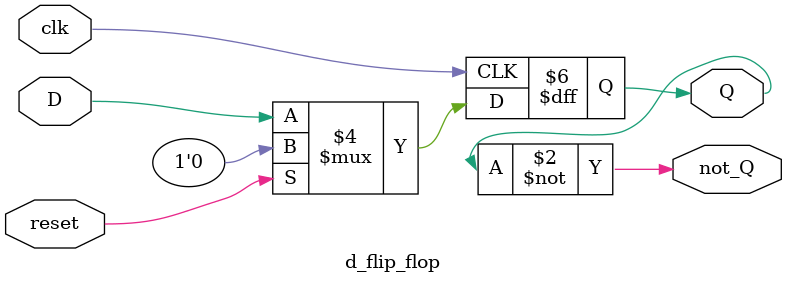
<source format=sv>
`timescale 1ns / 1ps


module d_flip_flop(
    input logic clk, reset,
    input logic D,
    output logic Q,
    output logic not_Q
    );
    
    always_ff @(posedge clk) begin
        if (reset) begin
            Q <= 1'b0;
        end
        else begin
            Q <= D;
        end
    end
    
    assign not_Q = ~Q;
    
endmodule



</source>
